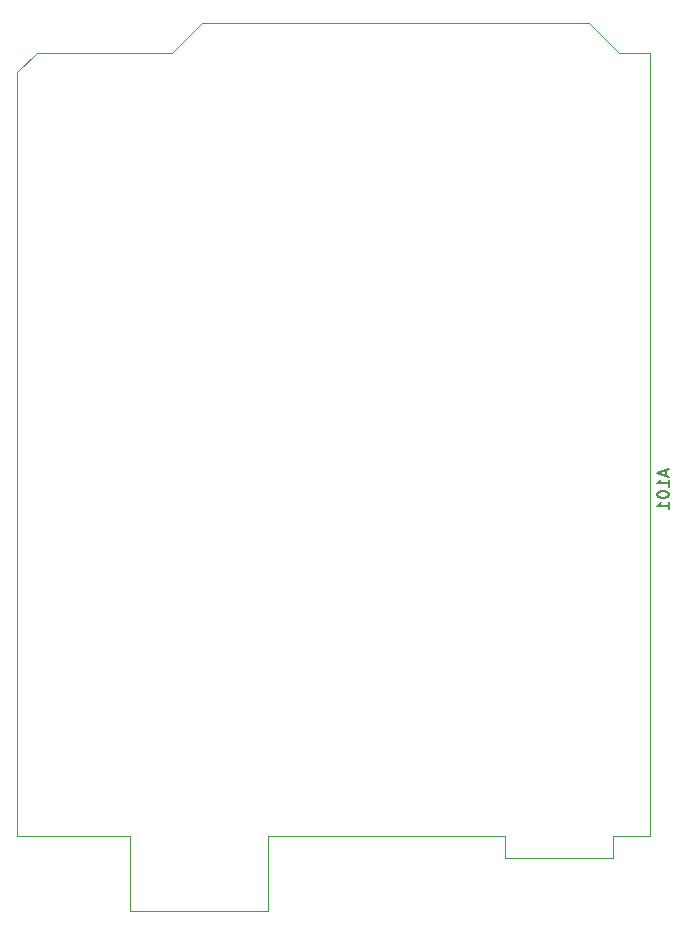
<source format=gbr>
%TF.GenerationSoftware,KiCad,Pcbnew,8.0.0-rc2-429-g037f349585*%
%TF.CreationDate,2024-02-09T22:22:20+01:00*%
%TF.ProjectId,xDuinoRail-Protoboard,78447569-6e6f-4526-9169-6c2d50726f74,rev?*%
%TF.SameCoordinates,Original*%
%TF.FileFunction,Legend,Bot*%
%TF.FilePolarity,Positive*%
%FSLAX46Y46*%
G04 Gerber Fmt 4.6, Leading zero omitted, Abs format (unit mm)*
G04 Created by KiCad (PCBNEW 8.0.0-rc2-429-g037f349585) date 2024-02-09 22:22:20*
%MOMM*%
%LPD*%
G01*
G04 APERTURE LIST*
%ADD10C,0.150000*%
%ADD11C,0.120000*%
G04 APERTURE END LIST*
D10*
X130344104Y-84613933D02*
X130344104Y-85090123D01*
X130629819Y-84518695D02*
X129629819Y-84852028D01*
X129629819Y-84852028D02*
X130629819Y-85185361D01*
X130629819Y-86042504D02*
X130629819Y-85471076D01*
X130629819Y-85756790D02*
X129629819Y-85756790D01*
X129629819Y-85756790D02*
X129772676Y-85661552D01*
X129772676Y-85661552D02*
X129867914Y-85566314D01*
X129867914Y-85566314D02*
X129915533Y-85471076D01*
X129629819Y-86661552D02*
X129629819Y-86756790D01*
X129629819Y-86756790D02*
X129677438Y-86852028D01*
X129677438Y-86852028D02*
X129725057Y-86899647D01*
X129725057Y-86899647D02*
X129820295Y-86947266D01*
X129820295Y-86947266D02*
X130010771Y-86994885D01*
X130010771Y-86994885D02*
X130248866Y-86994885D01*
X130248866Y-86994885D02*
X130439342Y-86947266D01*
X130439342Y-86947266D02*
X130534580Y-86899647D01*
X130534580Y-86899647D02*
X130582200Y-86852028D01*
X130582200Y-86852028D02*
X130629819Y-86756790D01*
X130629819Y-86756790D02*
X130629819Y-86661552D01*
X130629819Y-86661552D02*
X130582200Y-86566314D01*
X130582200Y-86566314D02*
X130534580Y-86518695D01*
X130534580Y-86518695D02*
X130439342Y-86471076D01*
X130439342Y-86471076D02*
X130248866Y-86423457D01*
X130248866Y-86423457D02*
X130010771Y-86423457D01*
X130010771Y-86423457D02*
X129820295Y-86471076D01*
X129820295Y-86471076D02*
X129725057Y-86518695D01*
X129725057Y-86518695D02*
X129677438Y-86566314D01*
X129677438Y-86566314D02*
X129629819Y-86661552D01*
X130629819Y-87947266D02*
X130629819Y-87375838D01*
X130629819Y-87661552D02*
X129629819Y-87661552D01*
X129629819Y-87661552D02*
X129772676Y-87566314D01*
X129772676Y-87566314D02*
X129867914Y-87471076D01*
X129867914Y-87471076D02*
X129915533Y-87375838D01*
D11*
%TO.C,A101*%
X75435000Y-50970600D02*
X75435000Y-115620600D01*
X75435000Y-115620600D02*
X84965000Y-115620600D01*
X77085000Y-49320600D02*
X75435000Y-50970600D01*
X84965000Y-115620600D02*
X84965000Y-121970600D01*
X84965000Y-121970600D02*
X96645000Y-121970600D01*
X88515000Y-49320600D02*
X77085000Y-49320600D01*
X91055000Y-46780600D02*
X88515000Y-49320600D01*
X96645000Y-115620600D02*
X116715000Y-115620600D01*
X96645000Y-121970600D02*
X96645000Y-115620600D01*
X116715000Y-115620600D02*
X116715000Y-117520600D01*
X116715000Y-117520600D02*
X125855000Y-117520600D01*
X123825000Y-46780600D02*
X91055000Y-46780600D01*
X125855000Y-115620600D02*
X129035000Y-115620600D01*
X125855000Y-117520600D02*
X125855000Y-115620600D01*
X126365000Y-49320600D02*
X123825000Y-46780600D01*
X129035000Y-49320600D02*
X126365000Y-49320600D01*
X129035000Y-115620600D02*
X129035000Y-49320600D01*
%TD*%
M02*

</source>
